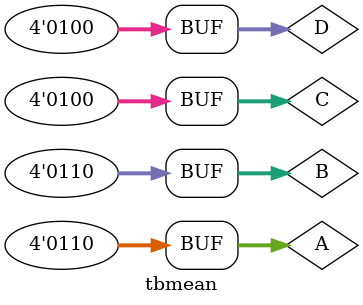
<source format=v>
 `timescale 1ns/1ns
module tbmean;
    reg [3:0] A, B, C, D;
    wire [7:0] mean;
    mean_calculator ut(A, B, C, D, mean);

    initial begin
	A = 4'b1000;  B = 4'b0101;  C = 4'b0011; D = 4'b0110;
	#100;
	A = 4'b0010;  B = 4'b1001;  C = 4'b0111; D = 4'b1100;  
	#100;
	A = 4'b0110;  B = 4'b0110;  C = 4'b0100; D = 4'b0100;   
	#100;
    end
endmodule

</source>
